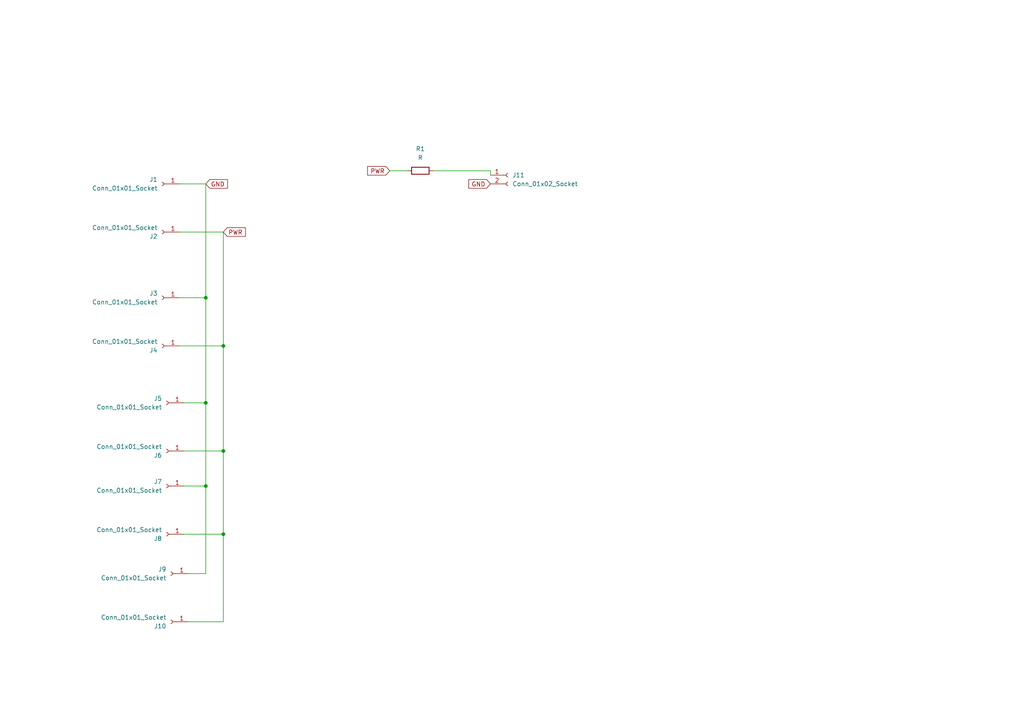
<source format=kicad_sch>
(kicad_sch (version 20231120) (generator "eeschema") (generator_version "8.0")
  (paper "A4")
  (lib_symbols
    (symbol "Connector:Conn_01x01_Socket" (pin_names (offset 1.016) hide)
      (property "Reference" "J" (at 0 2.54 0))
      (property "Value" "Conn_01x01_Socket" (at 0 -2.54 0))
      (symbol "Conn_01x01_Socket_1_1"
        (polyline (pts (xy -1.27 0) (xy -0.508 0)) (stroke (width 0.1524)))
        (arc (start 0 0.508) (mid -0.5058 0) (end 0 -0.508) (stroke (width 0.1524)))
        (pin passive line (at -5.08 0 0) (length 3.81) (name "Pin_1") (number "1"))
      )
    )
    (symbol "Connector:Conn_01x02_Socket" (pin_names (offset 1.016) hide)
      (property "Reference" "J" (at 0 2.54 0))
      (property "Value" "Conn_01x02_Socket" (at 0 -5.08 0))
      (symbol "Conn_01x02_Socket_1_1"
        (arc (start 0 -2.032) (mid -0.5058 -2.54) (end 0 -3.048) (stroke (width 0.1524)))
        (polyline (pts (xy -1.27 -2.54) (xy -0.508 -2.54)) (stroke (width 0.1524)))
        (polyline (pts (xy -1.27 0) (xy -0.508 0)) (stroke (width 0.1524)))
        (arc (start 0 0.508) (mid -0.5058 0) (end 0 -0.508) (stroke (width 0.1524)))
        (pin passive line (at -5.08 0 0) (length 3.81) (name "Pin_1") (number "1"))
        (pin passive line (at -5.08 -2.54 0) (length 3.81) (name "Pin_2") (number "2"))
      )
    )
    (symbol "Device:R" (pin_numbers hide) (pin_names (offset 0))
      (property "Reference" "R" (at 2.032 0 90))
      (property "Value" "R" (at 0 0 90))
      (symbol "R_0_1"
        (rectangle (start -1.016 -2.54) (end 1.016 2.54) (stroke (width 0.254)))
      )
      (symbol "R_1_1"
        (pin passive line (at 0 3.81 270) (length 1.27) (name "~") (number "1"))
        (pin passive line (at 0 -3.81 90) (length 1.27) (name "~") (number "2"))
      )
    )
  )
  (junction (at 59.69 116.84))
  (junction (at 64.77 100.33))
  (junction (at 59.69 86.36))
  (junction (at 59.69 140.97))
  (junction (at 64.77 154.94))
  (junction (at 64.77 130.81))
  (wire (pts (xy 59.69 140.97) (xy 59.69 166.37)))
  (wire (pts (xy 59.69 86.36) (xy 59.69 116.84)))
  (wire (pts (xy 64.77 130.81) (xy 53.34 130.81)))
  (wire (pts (xy 52.07 67.31) (xy 64.77 67.31)))
  (wire (pts (xy 64.77 100.33) (xy 64.77 130.81)))
  (wire (pts (xy 59.69 53.34) (xy 59.69 86.36)))
  (wire (pts (xy 59.69 116.84) (xy 59.69 140.97)))
  (wire (pts (xy 64.77 130.81) (xy 64.77 154.94)))
  (wire (pts (xy 142.24 49.53) (xy 142.24 50.8)))
  (wire (pts (xy 125.73 49.53) (xy 142.24 49.53)))
  (wire (pts (xy 64.77 180.34) (xy 54.61 180.34)))
  (wire (pts (xy 59.69 86.36) (xy 52.07 86.36)))
  (wire (pts (xy 113.03 49.53) (xy 118.11 49.53)))
  (wire (pts (xy 54.61 166.37) (xy 59.69 166.37)))
  (wire (pts (xy 59.69 140.97) (xy 53.34 140.97)))
  (wire (pts (xy 52.07 53.34) (xy 59.69 53.34)))
  (wire (pts (xy 53.34 116.84) (xy 59.69 116.84)))
  (wire (pts (xy 64.77 67.31) (xy 64.77 100.33)))
  (wire (pts (xy 64.77 154.94) (xy 53.34 154.94)))
  (wire (pts (xy 64.77 154.94) (xy 64.77 180.34)))
  (wire (pts (xy 64.77 100.33) (xy 52.07 100.33)))
  (global_label "PWR" (shape input) (at 113.03 49.53 180) (property "Intersheetrefs" "${INTERSHEET_REFS}" (effects (hide yes))))
  (global_label "GND" (shape input) (at 142.24 53.34 180) (property "Intersheetrefs" "${INTERSHEET_REFS}" (effects (hide yes))))
  (global_label "GND" (shape input) (at 59.69 53.34 0) (property "Intersheetrefs" "${INTERSHEET_REFS}" (effects (hide yes))))
  (global_label "PWR" (shape input) (at 64.77 67.31 0) (property "Intersheetrefs" "${INTERSHEET_REFS}" (effects (hide yes))))
  (symbol (lib_id "Device:R") (at 121.92 49.53 90) (unit 1)
    (property "Reference" "R1" (at 121.92 43.18 90))
    (property "Value" "R" (at 121.92 45.72 90))
    (property "Footprint" "Resistor_SMD:R_2010_5025Metric_Pad1.40x2.65mm_HandSolder" (effects (hide yes)))
    (property "Description" "Resistor" (effects (hide yes)))
  )
  (symbol (lib_id "Connector:Conn_01x01_Socket") (at 49.53 180.34 180) (unit 1)
    (property "Reference" "J10" (at 48.26 181.6101 0) (effects (justify left)))
    (property "Value" "Conn_01x01_Socket" (at 48.26 179.0701 0) (effects (justify left)))
    (property "Footprint" "Connector_Wire:SolderWire-0.5sqmm_1x01_D0.9mm_OD2.1mm" (effects (hide yes)))
    (property "Description" "Generic connector, single row, 01x01, script generated" (effects (hide yes)))
  )
  (symbol (lib_id "Connector:Conn_01x01_Socket") (at 46.99 67.31 180) (unit 1)
    (property "Reference" "J2" (at 45.72 68.5801 0) (effects (justify left)))
    (property "Value" "Conn_01x01_Socket" (at 45.72 66.0401 0) (effects (justify left)))
    (property "Footprint" "Connector_Wire:SolderWire-0.5sqmm_1x01_D0.9mm_OD2.1mm" (effects (hide yes)))
    (property "Description" "Generic connector, single row, 01x01, script generated" (effects (hide yes)))
  )
  (symbol (lib_id "Connector:Conn_01x01_Socket") (at 48.26 116.84 0) (mirror y) (unit 1)
    (property "Reference" "J5" (at 46.99 115.5699 0) (effects (justify left)))
    (property "Value" "Conn_01x01_Socket" (at 46.99 118.1099 0) (effects (justify left)))
    (property "Footprint" "Connector_Wire:SolderWire-0.5sqmm_1x01_D0.9mm_OD2.1mm" (effects (hide yes)))
    (property "Description" "Generic connector, single row, 01x01, script generated" (effects (hide yes)))
  )
  (symbol (lib_id "Connector:Conn_01x01_Socket") (at 48.26 154.94 180) (unit 1)
    (property "Reference" "J8" (at 46.99 156.2101 0) (effects (justify left)))
    (property "Value" "Conn_01x01_Socket" (at 46.99 153.6701 0) (effects (justify left)))
    (property "Footprint" "Connector_Wire:SolderWire-0.5sqmm_1x01_D0.9mm_OD2.1mm" (effects (hide yes)))
    (property "Description" "Generic connector, single row, 01x01, script generated" (effects (hide yes)))
  )
  (symbol (lib_id "Connector:Conn_01x02_Socket") (at 147.32 50.8 0) (unit 1)
    (property "Reference" "J11" (at 148.59 50.7999 0) (effects (justify left)))
    (property "Value" "Conn_01x02_Socket" (at 148.59 53.3399 0) (effects (justify left)))
    (property "Footprint" "Connector_JST:JST_NV_B02P-NV_1x02_P5.00mm_Vertical" (effects (hide yes)))
    (property "Description" "Generic connector, single row, 01x02, script generated" (effects (hide yes)))
  )
  (symbol (lib_id "Connector:Conn_01x01_Socket") (at 46.99 100.33 180) (unit 1)
    (property "Reference" "J4" (at 45.72 101.6001 0) (effects (justify left)))
    (property "Value" "Conn_01x01_Socket" (at 45.72 99.0601 0) (effects (justify left)))
    (property "Footprint" "Connector_Wire:SolderWire-0.5sqmm_1x01_D0.9mm_OD2.1mm" (effects (hide yes)))
    (property "Description" "Generic connector, single row, 01x01, script generated" (effects (hide yes)))
  )
  (symbol (lib_id "Connector:Conn_01x01_Socket") (at 48.26 130.81 180) (unit 1)
    (property "Reference" "J6" (at 46.99 132.0801 0) (effects (justify left)))
    (property "Value" "Conn_01x01_Socket" (at 46.99 129.5401 0) (effects (justify left)))
    (property "Footprint" "Connector_Wire:SolderWire-0.5sqmm_1x01_D0.9mm_OD2.1mm" (effects (hide yes)))
    (property "Description" "Generic connector, single row, 01x01, script generated" (effects (hide yes)))
  )
  (symbol (lib_id "Connector:Conn_01x01_Socket") (at 46.99 86.36 0) (mirror y) (unit 1)
    (property "Reference" "J3" (at 45.72 85.0899 0) (effects (justify left)))
    (property "Value" "Conn_01x01_Socket" (at 45.72 87.6299 0) (effects (justify left)))
    (property "Footprint" "Connector_Wire:SolderWire-0.5sqmm_1x01_D0.9mm_OD2.1mm" (effects (hide yes)))
    (property "Description" "Generic connector, single row, 01x01, script generated" (effects (hide yes)))
  )
  (symbol (lib_id "Connector:Conn_01x01_Socket") (at 48.26 140.97 0) (mirror y) (unit 1)
    (property "Reference" "J7" (at 46.99 139.6999 0) (effects (justify left)))
    (property "Value" "Conn_01x01_Socket" (at 46.99 142.2399 0) (effects (justify left)))
    (property "Footprint" "Connector_Wire:SolderWire-0.5sqmm_1x01_D0.9mm_OD2.1mm" (effects (hide yes)))
    (property "Description" "Generic connector, single row, 01x01, script generated" (effects (hide yes)))
  )
  (symbol (lib_id "Connector:Conn_01x01_Socket") (at 49.53 166.37 0) (mirror y) (unit 1)
    (property "Reference" "J9" (at 48.26 165.0999 0) (effects (justify left)))
    (property "Value" "Conn_01x01_Socket" (at 48.26 167.6399 0) (effects (justify left)))
    (property "Footprint" "Connector_Wire:SolderWire-0.5sqmm_1x01_D0.9mm_OD2.1mm" (effects (hide yes)))
    (property "Description" "Generic connector, single row, 01x01, script generated" (effects (hide yes)))
  )
  (symbol (lib_id "Connector:Conn_01x01_Socket") (at 46.99 53.34 0) (mirror y) (unit 1)
    (property "Reference" "J1" (at 45.72 52.0699 0) (effects (justify left)))
    (property "Value" "Conn_01x01_Socket" (at 45.72 54.6099 0) (effects (justify left)))
    (property "Footprint" "Connector_Wire:SolderWire-0.5sqmm_1x01_D0.9mm_OD2.1mm" (effects (hide yes)))
    (property "Description" "Generic connector, single row, 01x01, script generated" (effects (hide yes)))
  )
)
</source>
